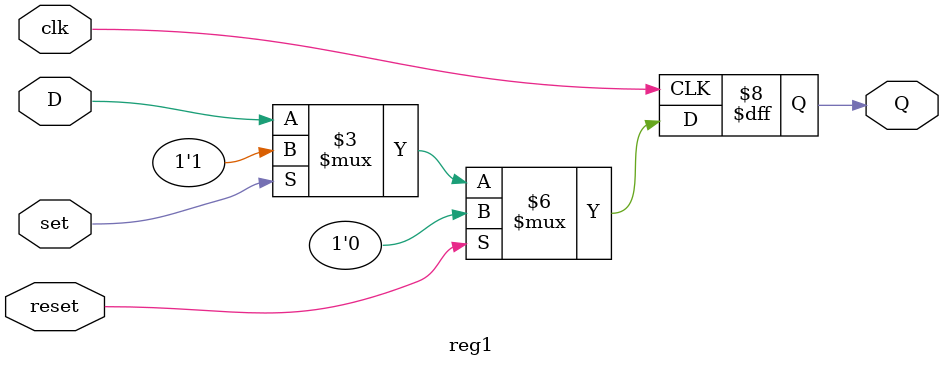
<source format=v>
module reg1(clk, D, reset, set, Q);

input [0:0] clk, D, reset, set;
output reg [0:0] Q;

always@(posedge clk) begin
    if(reset)
        Q <= 0;
    else if(set)
        Q <= 1;
    else
        Q <= D;
end

endmodule
</source>
